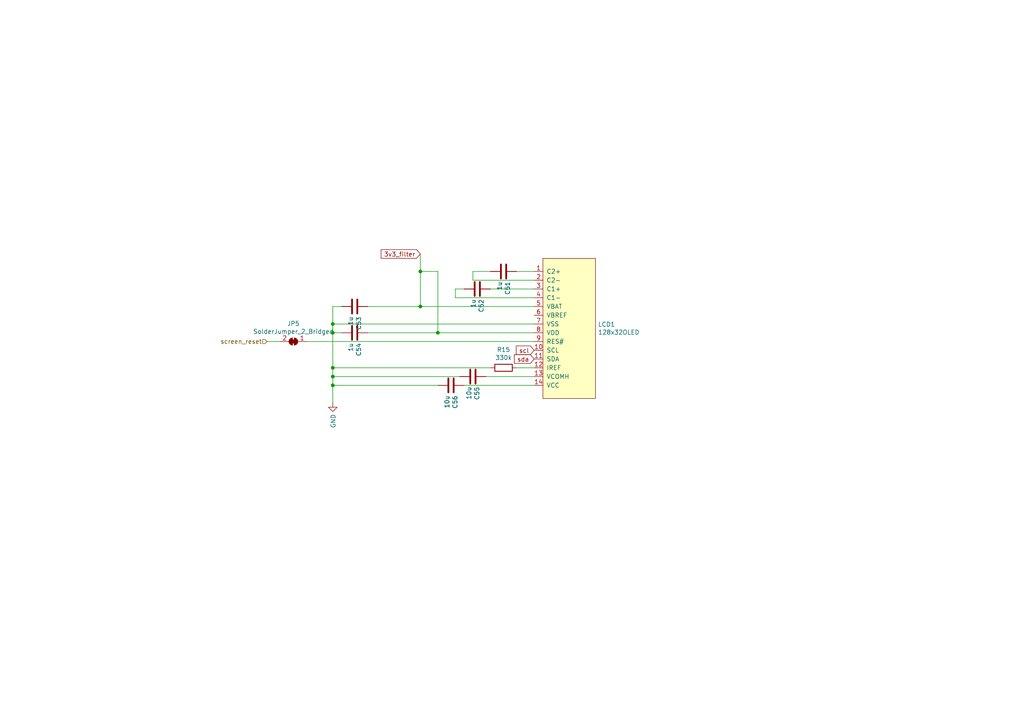
<source format=kicad_sch>
(kicad_sch (version 20231120) (generator "eeschema") (generator_version "8.0")
  (paper "A4")
  (title_block (title "TDM") (date "2021-09-17") (rev "6") (company "TWR") (comment 1 "Pocket Sound Computer"))
  (lib_symbols
    (symbol "Device:C" (pin_numbers hide) (pin_names (offset 0.254))
      (property "Reference" "C" (at 0.635 2.54 0))
      (property "Value" "C" (at 0.635 -2.54 0))
      (symbol "C_0_1"
        (polyline (pts (xy -2.032 -0.762) (xy 2.032 -0.762)) (stroke (width 0.508)))
        (polyline (pts (xy -2.032 0.762) (xy 2.032 0.762)) (stroke (width 0.508)))
      )
      (symbol "C_1_1"
        (pin passive line (at 0 3.81 270) (length 2.794) (name "~") (number "1"))
        (pin passive line (at 0 -3.81 90) (length 2.794) (name "~") (number "2"))
      )
    )
    (symbol "Device:R" (pin_numbers hide) (pin_names (offset 0))
      (property "Reference" "R" (at 2.032 0 90))
      (property "Value" "R" (at 0 0 90))
      (symbol "R_0_1"
        (rectangle (start -1.016 -2.54) (end 1.016 2.54) (stroke (width 0.254)))
      )
      (symbol "R_1_1"
        (pin passive line (at 0 3.81 270) (length 1.27) (name "~") (number "1"))
        (pin passive line (at 0 -3.81 90) (length 1.27) (name "~") (number "2"))
      )
    )
    (symbol "Jumper:SolderJumper_2_Bridged" (pin_names (offset 0) hide)
      (property "Reference" "JP" (at 0 2.032 0))
      (property "Value" "SolderJumper_2_Bridged" (at 0 -2.54 0))
      (symbol "SolderJumper_2_Bridged_0_1"
        (rectangle (start -0.508 0.508) (end 0.508 -0.508) (fill (type outline)))
        (arc (start -0.254 1.016) (mid -1.2655 0) (end -0.254 -1.016))
        (arc (start -0.254 1.016) (mid -1.2655 0) (end -0.254 -1.016) (fill (type outline)))
        (polyline (pts (xy -0.254 1.016) (xy -0.254 -1.016)))
        (polyline (pts (xy 0.254 1.016) (xy 0.254 -1.016)))
        (arc (start 0.254 -1.016) (mid 1.2655 0) (end 0.254 1.016))
        (arc (start 0.254 -1.016) (mid 1.2655 0) (end 0.254 1.016) (fill (type outline)))
      )
      (symbol "SolderJumper_2_Bridged_1_1"
        (pin passive line (at -3.81 0 0) (length 2.54) (name "A") (number "1"))
        (pin passive line (at 3.81 0 180) (length 2.54) (name "B") (number "2"))
      )
    )
    (symbol "customLibrary:128x32OLED" (pin_names (offset 1.016))
      (property "Reference" "LCD" (at -6.35 22.86 0))
      (property "Value" "customLibrary_128x32OLED" (at 3.81 0 90))
      (symbol "128x32OLED_0_1"
        (rectangle (start -7.62 20.32) (end 7.62 -20.32) (fill (type background)))
      )
      (symbol "128x32OLED_1_1"
        (pin input line (at -10.16 16.51 0) (length 2.54) (name "C2+") (number "1"))
        (pin input line (at -10.16 -6.35 0) (length 2.54) (name "SCL") (number "10"))
        (pin input line (at -10.16 -8.89 0) (length 2.54) (name "SDA") (number "11"))
        (pin input line (at -10.16 -11.43 0) (length 2.54) (name "IREF") (number "12"))
        (pin input line (at -10.16 -13.97 0) (length 2.54) (name "VCOMH") (number "13"))
        (pin input line (at -10.16 -16.51 0) (length 2.54) (name "VCC") (number "14"))
        (pin input line (at -10.16 13.97 0) (length 2.54) (name "C2-") (number "2"))
        (pin input line (at -10.16 11.43 0) (length 2.54) (name "C1+") (number "3"))
        (pin input line (at -10.16 8.89 0) (length 2.54) (name "C1-") (number "4"))
        (pin input line (at -10.16 6.35 0) (length 2.54) (name "VBAT") (number "5"))
        (pin input line (at -10.16 3.81 0) (length 2.54) (name "VBREF") (number "6"))
        (pin input line (at -10.16 1.27 0) (length 2.54) (name "VSS") (number "7"))
        (pin input line (at -10.16 -1.27 0) (length 2.54) (name "VDD") (number "8"))
        (pin input line (at -10.16 -3.81 0) (length 2.54) (name "RES#") (number "9"))
      )
    )
    (symbol "power:GND" (power) (pin_names (offset 0))
      (property "Value" "GND" (at 0 -3.81 0))
      (symbol "GND_0_1"
        (polyline (pts (xy 0 0) (xy 0 -1.27) (xy 1.27 -1.27) (xy 0 -2.54) (xy -1.27 -1.27) (xy 0 -1.27)))
      )
      (symbol "GND_1_1"
        (pin power_in line (at 0 0 270) (length 0) hide (name "GND") (number "1"))
      )
    )
  )
  (junction (at 121.92 78.74))
  (junction (at 96.52 111.76))
  (junction (at 96.52 109.22))
  (junction (at 121.92 88.9))
  (junction (at 96.52 96.52))
  (junction (at 127 96.52))
  (junction (at 96.52 106.68))
  (junction (at 96.52 93.98))
  (wire (pts (xy 154.94 83.82) (xy 142.24 83.82)))
  (wire (pts (xy 127 96.52) (xy 154.94 96.52)))
  (wire (pts (xy 134.62 83.82) (xy 132.08 83.82)))
  (wire (pts (xy 77.47 99.06) (xy 81.28 99.06)))
  (wire (pts (xy 99.06 96.52) (xy 96.52 96.52)))
  (wire (pts (xy 96.52 109.22) (xy 96.52 111.76)))
  (wire (pts (xy 106.68 88.9) (xy 121.92 88.9)))
  (wire (pts (xy 142.24 106.68) (xy 96.52 106.68)))
  (wire (pts (xy 121.92 78.74) (xy 121.92 88.9)))
  (wire (pts (xy 133.35 109.22) (xy 96.52 109.22)))
  (wire (pts (xy 121.92 88.9) (xy 154.94 88.9)))
  (wire (pts (xy 154.94 106.68) (xy 149.86 106.68)))
  (wire (pts (xy 121.92 78.74) (xy 127 78.74)))
  (wire (pts (xy 96.52 88.9) (xy 96.52 93.98)))
  (wire (pts (xy 96.52 93.98) (xy 154.94 93.98)))
  (wire (pts (xy 154.94 78.74) (xy 149.86 78.74)))
  (wire (pts (xy 132.08 86.36) (xy 154.94 86.36)))
  (wire (pts (xy 142.24 78.74) (xy 137.16 78.74)))
  (wire (pts (xy 99.06 88.9) (xy 96.52 88.9)))
  (wire (pts (xy 96.52 106.68) (xy 96.52 109.22)))
  (wire (pts (xy 96.52 96.52) (xy 96.52 106.68)))
  (wire (pts (xy 88.9 99.06) (xy 154.94 99.06)))
  (wire (pts (xy 96.52 93.98) (xy 96.52 96.52)))
  (wire (pts (xy 154.94 109.22) (xy 140.97 109.22)))
  (wire (pts (xy 137.16 78.74) (xy 137.16 81.28)))
  (wire (pts (xy 96.52 111.76) (xy 96.52 116.84)))
  (wire (pts (xy 121.92 73.66) (xy 121.92 78.74)))
  (wire (pts (xy 132.08 83.82) (xy 132.08 86.36)))
  (wire (pts (xy 127 78.74) (xy 127 96.52)))
  (wire (pts (xy 106.68 96.52) (xy 127 96.52)))
  (wire (pts (xy 134.62 111.76) (xy 154.94 111.76)))
  (wire (pts (xy 96.52 111.76) (xy 127 111.76)))
  (wire (pts (xy 137.16 81.28) (xy 154.94 81.28)))
  (global_label "scl" (shape input) (at 154.94 101.6 180) (property "Intersheetrefs" "${INTERSHEET_REFS}" (effects (hide yes))))
  (global_label "3v3_filter" (shape input) (at 121.92 73.66 180) (property "Intersheetrefs" "${INTERSHEET_REFS}" (effects (hide yes))))
  (global_label "sda" (shape input) (at 154.94 104.14 180) (property "Intersheetrefs" "${INTERSHEET_REFS}" (effects (hide yes))))
  (hierarchical_label "screen_reset" (shape input) (at 77.47 99.06 180))
  (symbol (lib_id "Jumper:SolderJumper_2_Bridged") (at 85.09 99.06 0) (mirror y) (unit 1)
    (property "Reference" "JP5" (at 85.09 93.853 0))
    (property "Value" "SolderJumper_2_Bridged" (at 85.09 96.1644 0))
    (property "Footprint" "Jumper:SolderJumper-2_P1.3mm_Bridged_Pad1.0x1.5mm" (effects (hide yes)))
  )
  (symbol (lib_id "customLibrary:128x32OLED") (at 165.1 95.25 0) (unit 1)
    (property "Reference" "LCD1" (at 173.4312 94.0816 0) (effects (justify left)))
    (property "Value" "128x32OLED" (at 173.4312 96.393 0) (effects (justify left)))
    (property "Footprint" "RandomJunk:oled_ssd1306_14pin_91" (effects (hide yes)))
  )
  (symbol (lib_id "Device:C") (at 146.05 78.74 270) (unit 1)
    (property "Reference" "C51" (at 147.2184 81.661 0) (effects (justify left)))
    (property "Value" "1u" (at 144.907 81.661 0) (effects (justify left)))
    (property "Footprint" "Capacitor_SMD:C_0402_1005Metric" (effects (hide yes)))
    (property "LCSC" "C52923" (effects (hide yes)))
    (property "checked" "1" (effects (hide yes)))
  )
  (symbol (lib_id "Device:C") (at 138.43 83.82 270) (unit 1)
    (property "Reference" "C52" (at 139.5984 86.741 0) (effects (justify left)))
    (property "Value" "1u" (at 137.287 86.741 0) (effects (justify left)))
    (property "Footprint" "Capacitor_SMD:C_0402_1005Metric" (effects (hide yes)))
    (property "LCSC" "C52923" (effects (hide yes)))
    (property "checked" "1" (effects (hide yes)))
  )
  (symbol (lib_id "Device:C") (at 102.87 88.9 270) (unit 1)
    (property "Reference" "C53" (at 104.0384 91.821 0) (effects (justify left)))
    (property "Value" "1u" (at 101.727 91.821 0) (effects (justify left)))
    (property "Footprint" "Capacitor_SMD:C_0402_1005Metric" (effects (hide yes)))
    (property "LCSC" "C52923" (effects (hide yes)))
    (property "checked" "1" (effects (hide yes)))
  )
  (symbol (lib_id "Device:C") (at 102.87 96.52 270) (unit 1)
    (property "Reference" "C54" (at 104.0384 99.441 0) (effects (justify left)))
    (property "Value" "1u" (at 101.727 99.441 0) (effects (justify left)))
    (property "Footprint" "Capacitor_SMD:C_0402_1005Metric" (effects (hide yes)))
    (property "LCSC" "C52923" (effects (hide yes)))
    (property "checked" "1" (effects (hide yes)))
  )
  (symbol (lib_id "power:GND") (at 96.52 116.84 0) (unit 1)
    (property "Reference" "#PWR040" (effects (hide yes)))
    (property "Value" "GND" (at 96.647 120.0912 90) (effects (justify right)))
  )
  (symbol (lib_id "Device:C") (at 130.81 111.76 270) (unit 1)
    (property "Reference" "C56" (at 131.9784 114.681 0) (effects (justify left)))
    (property "Value" "10u" (at 129.667 114.681 0) (effects (justify left)))
    (property "Footprint" "Capacitor_SMD:C_0402_1005Metric" (effects (hide yes)))
    (property "LCSC" "C15525" (effects (hide yes)))
    (property "checked" "1" (effects (hide yes)))
  )
  (symbol (lib_id "Device:C") (at 137.16 109.22 270) (unit 1)
    (property "Reference" "C55" (at 138.3284 112.141 0) (effects (justify left)))
    (property "Value" "10u" (at 136.017 112.141 0) (effects (justify left)))
    (property "Footprint" "Capacitor_SMD:C_0402_1005Metric" (effects (hide yes)))
    (property "LCSC" "C15525" (effects (hide yes)))
    (property "checked" "1" (effects (hide yes)))
  )
  (symbol (lib_id "Device:R") (at 146.05 106.68 270) (unit 1)
    (property "Reference" "R15" (at 146.05 101.4222 90))
    (property "Value" "330k" (at 146.05 103.7336 90))
    (property "Footprint" "Resistor_SMD:R_0402_1005Metric" (effects (hide yes)))
    (property "LCSC" "C25778" (effects (hide yes)))
    (property "checked" "1" (effects (hide yes)))
  )
)
</source>
